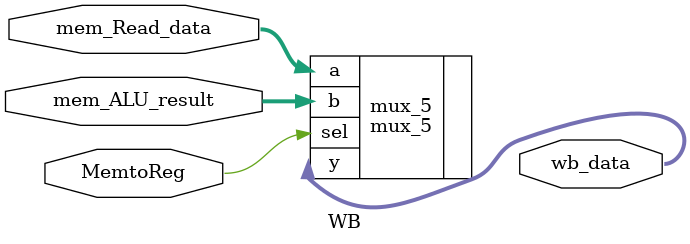
<source format=v>
`timescale 1ns / 1ps

module WB(
   input wire [31:0] mem_Read_data,
	input wire [31:0] mem_ALU_result,
	input wire MemtoReg,
	output wire [31:0] wb_data
    );

	mux_5 mux_5
		(.y(wb_data), 
		.a(mem_Read_data),
		.b(mem_ALU_result),
		.sel(MemtoReg));
	endmodule
	

</source>
